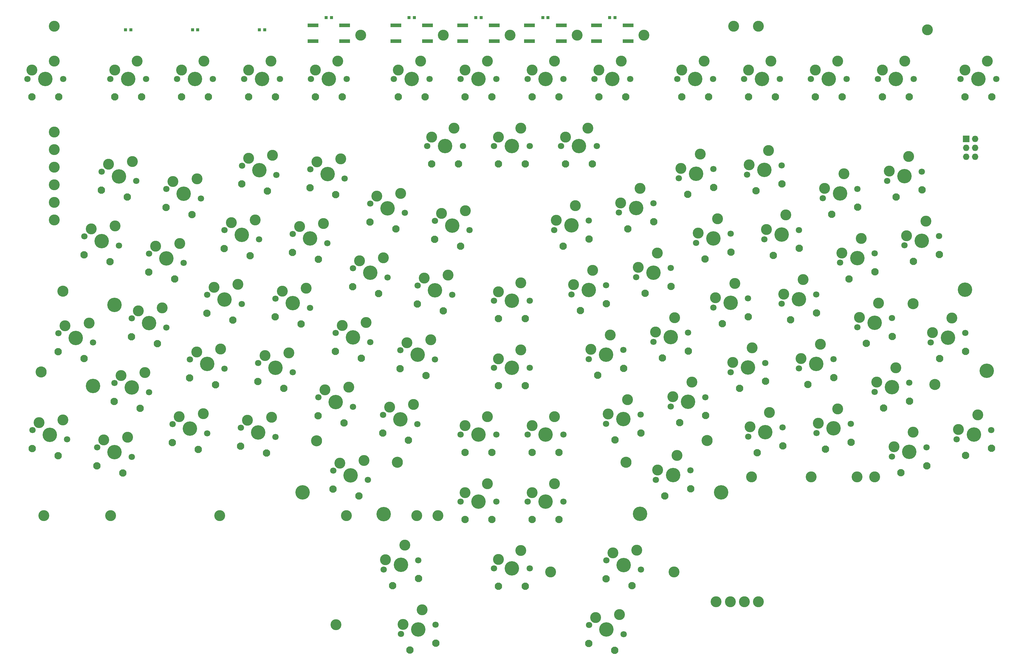
<source format=gts>
G04 #@! TF.FileFunction,Soldermask,Top*
%FSLAX46Y46*%
G04 Gerber Fmt 4.6, Leading zero omitted, Abs format (unit mm)*
G04 Created by KiCad (PCBNEW 4.0.2-4+6225~38~ubuntu15.10.1-stable) date Mi 09 Mär 2016 15:11:07 CET*
%MOMM*%
G01*
G04 APERTURE LIST*
%ADD10C,0.100000*%
%ADD11C,3.100000*%
%ADD12C,1.800000*%
%ADD13C,4.100000*%
%ADD14C,2.100000*%
%ADD15R,0.897560X0.897560*%
%ADD16R,1.827200X1.827200*%
%ADD17O,1.827200X1.827200*%
%ADD18R,3.100000X1.100000*%
%ADD19C,3.150000*%
%ADD20C,3.099740*%
G04 APERTURE END LIST*
D10*
D11*
X168594442Y-124145781D03*
D12*
X159919287Y-127080483D03*
D13*
X164826190Y-128395284D03*
D12*
X169733093Y-129710085D03*
D11*
X161803413Y-124955732D03*
D14*
X159831212Y-132316087D03*
X167191567Y-134288288D03*
D15*
X101749300Y-41000000D03*
X100250700Y-41000000D03*
X120749300Y-41000000D03*
X119250700Y-41000000D03*
X139749300Y-41000000D03*
X138250700Y-41000000D03*
X158749300Y-37500000D03*
X157250700Y-37500000D03*
X182249300Y-37500000D03*
X180750700Y-37500000D03*
X201249300Y-37500000D03*
X199750700Y-37500000D03*
X220249300Y-37500000D03*
X218750700Y-37500000D03*
X239249300Y-37500000D03*
X237750700Y-37500000D03*
D16*
X339000000Y-72000000D03*
D17*
X341540000Y-72000000D03*
X339000000Y-74540000D03*
X341540000Y-74540000D03*
X339000000Y-77080000D03*
X341540000Y-77080000D03*
D18*
X177000000Y-44250000D03*
X186000000Y-44250000D03*
X177000000Y-39750000D03*
X186000000Y-39750000D03*
X196000000Y-44250000D03*
X205000000Y-44250000D03*
X196000000Y-39750000D03*
X205000000Y-39750000D03*
X234000000Y-44250000D03*
X243000000Y-44250000D03*
X234000000Y-39750000D03*
X243000000Y-39750000D03*
X215000000Y-44250000D03*
X224000000Y-44250000D03*
X215000000Y-39750000D03*
X224000000Y-39750000D03*
X153500000Y-44250000D03*
X162500000Y-44250000D03*
X153500000Y-39750000D03*
X162500000Y-39750000D03*
D11*
X103540000Y-49920000D03*
D12*
X95920000Y-55000000D03*
D13*
X101000000Y-55000000D03*
D12*
X106080000Y-55000000D03*
D11*
X97190000Y-52460000D03*
D14*
X97190000Y-60080000D03*
X104810000Y-60080000D03*
D11*
X80040000Y-49920000D03*
D12*
X72420000Y-55000000D03*
D13*
X77500000Y-55000000D03*
D12*
X82580000Y-55000000D03*
D11*
X73690000Y-52460000D03*
D14*
X73690000Y-60080000D03*
X81310000Y-60080000D03*
D11*
X102172193Y-78395535D03*
D12*
X93497038Y-81330237D03*
D13*
X98403941Y-82645038D03*
D12*
X103310844Y-83959839D03*
D11*
X95381164Y-79205486D03*
D14*
X93408963Y-86565841D03*
X100769318Y-88538042D03*
D13*
X90989318Y-142153701D03*
D19*
X76268609Y-138209299D03*
D11*
X89878288Y-124277012D03*
D12*
X81203133Y-127211714D03*
D13*
X86110036Y-128526515D03*
D12*
X91016939Y-129841316D03*
D11*
X83087259Y-125086963D03*
D14*
X81115058Y-132447318D03*
X88475413Y-134419519D03*
D19*
X82428502Y-115220264D03*
D13*
X97149211Y-119164667D03*
D11*
X82501946Y-151805899D03*
D12*
X73826791Y-154740601D03*
D13*
X78733694Y-156055402D03*
D12*
X83640597Y-157370203D03*
D11*
X75710917Y-152615850D03*
D14*
X73738716Y-159976205D03*
X81099071Y-161948406D03*
D11*
X122540000Y-49920000D03*
D12*
X114920000Y-55000000D03*
D13*
X120000000Y-55000000D03*
D12*
X125080000Y-55000000D03*
D11*
X116190000Y-52460000D03*
D14*
X116190000Y-60080000D03*
X123810000Y-60080000D03*
D11*
X120524784Y-83313097D03*
D12*
X111849629Y-86247799D03*
D13*
X116756532Y-87562600D03*
D12*
X121663435Y-88877401D03*
D11*
X113733755Y-84123048D03*
D14*
X111761554Y-91483403D03*
X119121909Y-93455604D03*
D11*
X115607221Y-101665688D03*
D12*
X106932066Y-104600390D03*
D13*
X111838969Y-105915191D03*
D12*
X116745872Y-107229992D03*
D11*
X108816192Y-102475639D03*
D14*
X106843991Y-109835994D03*
X114204346Y-111808195D03*
D11*
X110689660Y-120018279D03*
D12*
X102014505Y-122952981D03*
D13*
X106921408Y-124267782D03*
D12*
X111828311Y-125582583D03*
D11*
X103898631Y-120828230D03*
D14*
X101926430Y-128188585D03*
X109286785Y-130160786D03*
D11*
X105772099Y-138370869D03*
D12*
X97096944Y-141305571D03*
D13*
X102003847Y-142620372D03*
D12*
X106910750Y-143935173D03*
D11*
X98981070Y-139180820D03*
D14*
X97008869Y-146541175D03*
X104369224Y-148513376D03*
D11*
X100854537Y-156723460D03*
D12*
X92179382Y-159658162D03*
D13*
X97086285Y-160972963D03*
D12*
X101993188Y-162287764D03*
D11*
X94063508Y-157533411D03*
D14*
X92091307Y-164893766D03*
X99451662Y-166865967D03*
D11*
X141540000Y-49920000D03*
D12*
X133920000Y-55000000D03*
D13*
X139000000Y-55000000D03*
D12*
X144080000Y-55000000D03*
D11*
X135190000Y-52460000D03*
D14*
X135190000Y-60080000D03*
X142810000Y-60080000D03*
D11*
X141983203Y-76639550D03*
D12*
X133308048Y-79574252D03*
D13*
X138214951Y-80889053D03*
D12*
X143121854Y-82203854D03*
D11*
X135192174Y-77449501D03*
D14*
X133219973Y-84809856D03*
X140580328Y-86782057D03*
D11*
X137065642Y-94992141D03*
D12*
X128390487Y-97926843D03*
D13*
X133297390Y-99241644D03*
D12*
X138204293Y-100556445D03*
D11*
X130274613Y-95802092D03*
D14*
X128302412Y-103162447D03*
X135662767Y-105134648D03*
D11*
X132148079Y-113344731D03*
D12*
X123472924Y-116279433D03*
D13*
X128379827Y-117594234D03*
D12*
X133286730Y-118909035D03*
D11*
X125357050Y-114154682D03*
D14*
X123384849Y-121515037D03*
X130745204Y-123487238D03*
D11*
X127230518Y-131697322D03*
D12*
X118555363Y-134632024D03*
D13*
X123462266Y-135946825D03*
D12*
X128369169Y-137261626D03*
D11*
X120439489Y-132507273D03*
D14*
X118467288Y-139867628D03*
X125827643Y-141839829D03*
D11*
X122312955Y-150049911D03*
D12*
X113637800Y-152984613D03*
D13*
X118544703Y-154299414D03*
D12*
X123451606Y-155614215D03*
D11*
X115521926Y-150859862D03*
D14*
X113549725Y-158220217D03*
X120910080Y-160192418D03*
D11*
X179581521Y-187416607D03*
D12*
X173535967Y-194295712D03*
D13*
X178442870Y-192980911D03*
D12*
X183349773Y-191666110D03*
D11*
X174105292Y-191513560D03*
D14*
X176077493Y-198873915D03*
X183437848Y-196901714D03*
D11*
X160540000Y-49920000D03*
D12*
X152920000Y-55000000D03*
D13*
X158000000Y-55000000D03*
D12*
X163080000Y-55000000D03*
D11*
X154190000Y-52460000D03*
D14*
X154190000Y-60080000D03*
X161810000Y-60080000D03*
D11*
X161371071Y-77693408D03*
D12*
X152695916Y-80628110D03*
D13*
X157602819Y-81942911D03*
D12*
X162509722Y-83257712D03*
D11*
X154580042Y-78503359D03*
D14*
X152607841Y-85863714D03*
X159968196Y-87835915D03*
D11*
X156453509Y-96045999D03*
D12*
X147778354Y-98980701D03*
D13*
X152685257Y-100295502D03*
D12*
X157592160Y-101610303D03*
D11*
X149662480Y-96855950D03*
D14*
X147690279Y-104216305D03*
X155050634Y-106188506D03*
D11*
X151535947Y-114398589D03*
D12*
X142860792Y-117333291D03*
D13*
X147767695Y-118648092D03*
D12*
X152674598Y-119962893D03*
D11*
X144744918Y-115208540D03*
D14*
X142772717Y-122568895D03*
X150133072Y-124541096D03*
D11*
X146618385Y-132751179D03*
D12*
X137943230Y-135685881D03*
D13*
X142850133Y-137000682D03*
D12*
X147757036Y-138315483D03*
D11*
X139827356Y-133561130D03*
D14*
X137855155Y-140921485D03*
X145215510Y-142893686D03*
D11*
X141700823Y-151103770D03*
D12*
X133025668Y-154038472D03*
D13*
X137932571Y-155353273D03*
D12*
X142839474Y-156668074D03*
D11*
X134909794Y-151913721D03*
D14*
X132937593Y-159274076D03*
X140297948Y-161246277D03*
D11*
X184499082Y-205769198D03*
D12*
X178453528Y-212648303D03*
D13*
X183360431Y-211333502D03*
D12*
X188267334Y-210018701D03*
D11*
X179022853Y-209866151D03*
D14*
X180995054Y-217226506D03*
X188355409Y-215254305D03*
D11*
X184040000Y-49920000D03*
D12*
X176420000Y-55000000D03*
D13*
X181500000Y-55000000D03*
D12*
X186580000Y-55000000D03*
D11*
X177690000Y-52460000D03*
D14*
X177690000Y-60080000D03*
X185310000Y-60080000D03*
D11*
X178429566Y-87440599D03*
D12*
X169754411Y-90375301D03*
D13*
X174661314Y-91690102D03*
D12*
X179568217Y-93004903D03*
D11*
X171638537Y-88250550D03*
D14*
X169666336Y-95610905D03*
X177026691Y-97583106D03*
D11*
X173512004Y-105793189D03*
D12*
X164836849Y-108727891D03*
D13*
X169743752Y-110042692D03*
D12*
X174650655Y-111357493D03*
D11*
X166720975Y-106603140D03*
D14*
X164748774Y-113963495D03*
X172109129Y-115935696D03*
D11*
X163676880Y-142498371D03*
D12*
X155001725Y-145433073D03*
D13*
X159908628Y-146747874D03*
D12*
X164815531Y-148062675D03*
D11*
X156885851Y-143308322D03*
D14*
X154913650Y-150668677D03*
X162274005Y-152640878D03*
D11*
X203040000Y-169920000D03*
D12*
X195420000Y-175000000D03*
D13*
X200500000Y-175000000D03*
D12*
X205580000Y-175000000D03*
D11*
X196690000Y-172460000D03*
D14*
X196690000Y-180080000D03*
X204310000Y-180080000D03*
D13*
X173529210Y-178598421D03*
D19*
X177473613Y-163877712D03*
D11*
X167935614Y-163309743D03*
D12*
X159260459Y-166244445D03*
D13*
X164167362Y-167559246D03*
D12*
X169074265Y-168874047D03*
D11*
X161144585Y-164119694D03*
D14*
X159172384Y-171480049D03*
X166532739Y-173452250D03*
D19*
X154484578Y-157717819D03*
D13*
X150540176Y-172438528D03*
D11*
X193540000Y-68920000D03*
D12*
X185920000Y-74000000D03*
D13*
X191000000Y-74000000D03*
D12*
X196080000Y-74000000D03*
D11*
X187190000Y-71460000D03*
D14*
X187190000Y-79080000D03*
X194810000Y-79080000D03*
D11*
X186947033Y-129063343D03*
D12*
X178271878Y-131998045D03*
D13*
X183178781Y-133312846D03*
D12*
X188085684Y-134627647D03*
D11*
X180156004Y-129873294D03*
D14*
X178183803Y-137233649D03*
X185544158Y-139205850D03*
D11*
X182029470Y-147415933D03*
D12*
X173354315Y-150350635D03*
D13*
X178261218Y-151665436D03*
D12*
X183168121Y-152980237D03*
D11*
X175238441Y-148225884D03*
D14*
X173266240Y-155586239D03*
X180626595Y-157558440D03*
D11*
X212540000Y-188920000D03*
D12*
X204920000Y-194000000D03*
D13*
X210000000Y-194000000D03*
D12*
X215080000Y-194000000D03*
D11*
X206190000Y-191460000D03*
D14*
X206190000Y-199080000D03*
X213810000Y-199080000D03*
D11*
X203040000Y-49920000D03*
D12*
X195420000Y-55000000D03*
D13*
X200500000Y-55000000D03*
D12*
X205580000Y-55000000D03*
D11*
X196690000Y-52460000D03*
D14*
X196690000Y-60080000D03*
X204310000Y-60080000D03*
D11*
X212540000Y-68920000D03*
D12*
X204920000Y-74000000D03*
D13*
X210000000Y-74000000D03*
D12*
X215080000Y-74000000D03*
D11*
X206190000Y-71460000D03*
D14*
X206190000Y-79080000D03*
X213810000Y-79080000D03*
D11*
X196782156Y-92358160D03*
D12*
X188107001Y-95292862D03*
D13*
X193013904Y-96607663D03*
D12*
X197920807Y-97922464D03*
D11*
X189991127Y-93168111D03*
D14*
X188018926Y-100528466D03*
X195379281Y-102500667D03*
D11*
X191864595Y-110710751D03*
D12*
X183189440Y-113645453D03*
D13*
X188096343Y-114960254D03*
D12*
X193003246Y-116275055D03*
D11*
X185073566Y-111520702D03*
D14*
X183101365Y-118881057D03*
X190461720Y-120853258D03*
D11*
X212540000Y-112920000D03*
D12*
X204920000Y-118000000D03*
D13*
X210000000Y-118000000D03*
D12*
X215080000Y-118000000D03*
D11*
X206190000Y-115460000D03*
D14*
X206190000Y-123080000D03*
X213810000Y-123080000D03*
D11*
X203040000Y-150920000D03*
D12*
X195420000Y-156000000D03*
D13*
X200500000Y-156000000D03*
D12*
X205580000Y-156000000D03*
D11*
X196690000Y-153460000D03*
D14*
X196690000Y-161080000D03*
X204310000Y-161080000D03*
D11*
X222040000Y-169920000D03*
D12*
X214420000Y-175000000D03*
D13*
X219500000Y-175000000D03*
D12*
X224580000Y-175000000D03*
D11*
X215690000Y-172460000D03*
D14*
X215690000Y-180080000D03*
X223310000Y-180080000D03*
D11*
X222040000Y-49920000D03*
D12*
X214420000Y-55000000D03*
D13*
X219500000Y-55000000D03*
D12*
X224580000Y-55000000D03*
D11*
X215690000Y-52460000D03*
D14*
X215690000Y-60080000D03*
X223310000Y-60080000D03*
D11*
X231540000Y-68920000D03*
D12*
X223920000Y-74000000D03*
D13*
X229000000Y-74000000D03*
D12*
X234080000Y-74000000D03*
D11*
X225190000Y-71460000D03*
D14*
X225190000Y-79080000D03*
X232810000Y-79080000D03*
D11*
X228031608Y-90973574D03*
D12*
X221986054Y-97852679D03*
D13*
X226892957Y-96537878D03*
D12*
X231799860Y-95223077D03*
D11*
X222555379Y-95070527D03*
D14*
X224527580Y-102430882D03*
X231887935Y-100458681D03*
D11*
X232949170Y-109326165D03*
D12*
X226903616Y-116205270D03*
D13*
X231810519Y-114890469D03*
D12*
X236717422Y-113575668D03*
D11*
X227472941Y-113423118D03*
D14*
X229445142Y-120783473D03*
X236805497Y-118811272D03*
D11*
X212540000Y-131920000D03*
D12*
X204920000Y-137000000D03*
D13*
X210000000Y-137000000D03*
D12*
X215080000Y-137000000D03*
D11*
X206190000Y-134460000D03*
D14*
X206190000Y-142080000D03*
X213810000Y-142080000D03*
D11*
X222040000Y-150920000D03*
D12*
X214420000Y-156000000D03*
D13*
X219500000Y-156000000D03*
D12*
X224580000Y-156000000D03*
D11*
X215690000Y-153460000D03*
D14*
X215690000Y-161080000D03*
X223310000Y-161080000D03*
D11*
X240541539Y-207136815D03*
D12*
X231866384Y-210071517D03*
D13*
X236773287Y-211386318D03*
D12*
X241680190Y-212701119D03*
D11*
X233750510Y-207946766D03*
D14*
X231778309Y-215307121D03*
X239138664Y-217279322D03*
D11*
X237866732Y-127678756D03*
D12*
X231821178Y-134557861D03*
D13*
X236728081Y-133243060D03*
D12*
X241634984Y-131928259D03*
D11*
X232390503Y-131775709D03*
D14*
X234362704Y-139136064D03*
X241723059Y-137163863D03*
D11*
X242784294Y-146031346D03*
D12*
X236738740Y-152910451D03*
D13*
X241645643Y-151595650D03*
D12*
X246552546Y-150280849D03*
D11*
X237308065Y-150128299D03*
D14*
X239280266Y-157488654D03*
X246640621Y-155516453D03*
D11*
X245459101Y-188784224D03*
D12*
X236783946Y-191718926D03*
D13*
X241690849Y-193033727D03*
D12*
X246597752Y-194348528D03*
D11*
X238668072Y-189594175D03*
D14*
X236695871Y-196954530D03*
X244056226Y-198926731D03*
D13*
X269366686Y-172368742D03*
D19*
X265422284Y-157648033D03*
D11*
X256878151Y-161925156D03*
D12*
X250832597Y-168804261D03*
D13*
X255739500Y-167489460D03*
D12*
X260646403Y-166174659D03*
D11*
X251401922Y-166022109D03*
D14*
X253374123Y-173382464D03*
X260734478Y-171410263D03*
D19*
X242433249Y-163807926D03*
D13*
X246377652Y-178528635D03*
D11*
X241040000Y-49920000D03*
D12*
X233420000Y-55000000D03*
D13*
X238500000Y-55000000D03*
D12*
X243580000Y-55000000D03*
D11*
X234690000Y-52460000D03*
D14*
X234690000Y-60080000D03*
X242310000Y-60080000D03*
D11*
X246384199Y-86056013D03*
D12*
X240338645Y-92935118D03*
D13*
X245245548Y-91620317D03*
D12*
X250152451Y-90305516D03*
D11*
X240907970Y-90152966D03*
D14*
X242880171Y-97513321D03*
X250240526Y-95541120D03*
D11*
X251301761Y-104408603D03*
D12*
X245256207Y-111287708D03*
D13*
X250163110Y-109972907D03*
D12*
X255070013Y-108658106D03*
D11*
X245825532Y-108505556D03*
D14*
X247797733Y-115865911D03*
X255158088Y-113893710D03*
D11*
X256219322Y-122761194D03*
D12*
X250173768Y-129640299D03*
D13*
X255080671Y-128325498D03*
D12*
X259987574Y-127010697D03*
D11*
X250743093Y-126858147D03*
D14*
X252715294Y-134218502D03*
X260075649Y-132246301D03*
D11*
X261136884Y-141113785D03*
D12*
X255091330Y-147992890D03*
D13*
X259998233Y-146678089D03*
D12*
X264905136Y-145363288D03*
D11*
X255660655Y-145210738D03*
D14*
X257632856Y-152571093D03*
X264993211Y-150598892D03*
D11*
X264540000Y-49920000D03*
D12*
X256920000Y-55000000D03*
D13*
X262000000Y-55000000D03*
D12*
X267080000Y-55000000D03*
D11*
X258190000Y-52460000D03*
D14*
X258190000Y-60080000D03*
X265810000Y-60080000D03*
D11*
X263442694Y-76308822D03*
D12*
X257397140Y-83187927D03*
D13*
X262304043Y-81873126D03*
D12*
X267210946Y-80558325D03*
D11*
X257966465Y-80405775D03*
D14*
X259938666Y-87766130D03*
X267299021Y-85793929D03*
D11*
X268360256Y-94661412D03*
D12*
X262314702Y-101540517D03*
D13*
X267221605Y-100225716D03*
D12*
X272128508Y-98910915D03*
D11*
X262884027Y-98758365D03*
D14*
X264856228Y-106118720D03*
X272216583Y-104146519D03*
D11*
X273277818Y-113014003D03*
D12*
X267232264Y-119893108D03*
D13*
X272139167Y-118578307D03*
D12*
X277046070Y-117263506D03*
D11*
X267801589Y-117110956D03*
D14*
X269773790Y-124471311D03*
X277134145Y-122499110D03*
D11*
X278195380Y-131366594D03*
D12*
X272149826Y-138245699D03*
D13*
X277056729Y-136930898D03*
D12*
X281963632Y-135616097D03*
D11*
X272719151Y-135463547D03*
D14*
X274691352Y-142823902D03*
X282051707Y-140851701D03*
D11*
X283112942Y-149719184D03*
D12*
X277067388Y-156598289D03*
D13*
X281974291Y-155283488D03*
D12*
X286881194Y-153968687D03*
D11*
X277636713Y-153816137D03*
D14*
X279608914Y-161176492D03*
X286969269Y-159204291D03*
D11*
X283540000Y-49920000D03*
D12*
X275920000Y-55000000D03*
D13*
X281000000Y-55000000D03*
D12*
X286080000Y-55000000D03*
D11*
X277190000Y-52460000D03*
D14*
X277190000Y-60080000D03*
X284810000Y-60080000D03*
D11*
X282830561Y-75254963D03*
D12*
X276785007Y-82134068D03*
D13*
X281691910Y-80819267D03*
D12*
X286598813Y-79504466D03*
D11*
X277354332Y-79351916D03*
D14*
X279326533Y-86712271D03*
X286686888Y-84740070D03*
D11*
X287748123Y-93607554D03*
D12*
X281702569Y-100486659D03*
D13*
X286609472Y-99171858D03*
D12*
X291516375Y-97857057D03*
D11*
X282271894Y-97704507D03*
D14*
X284244095Y-105064862D03*
X291604450Y-103092661D03*
D11*
X292665685Y-111960144D03*
D12*
X286620131Y-118839249D03*
D13*
X291527034Y-117524448D03*
D12*
X296433937Y-116209647D03*
D11*
X287189456Y-116057097D03*
D14*
X289161657Y-123417452D03*
X296522012Y-121445251D03*
D11*
X297583247Y-130312735D03*
D12*
X291537693Y-137191840D03*
D13*
X296444596Y-135877039D03*
D12*
X301351499Y-134562238D03*
D11*
X292107018Y-134409688D03*
D14*
X294079219Y-141770043D03*
X301439574Y-139797842D03*
D11*
X302500808Y-148665326D03*
D12*
X296455254Y-155544431D03*
D13*
X301362157Y-154229630D03*
D12*
X306269060Y-152914829D03*
D11*
X297024579Y-152762279D03*
D14*
X298996780Y-160122634D03*
X306357135Y-158150433D03*
D11*
X302540000Y-49920000D03*
D12*
X294920000Y-55000000D03*
D13*
X300000000Y-55000000D03*
D12*
X305080000Y-55000000D03*
D11*
X296190000Y-52460000D03*
D14*
X296190000Y-60080000D03*
X303810000Y-60080000D03*
D11*
X304288980Y-81928511D03*
D12*
X298243426Y-88807616D03*
D13*
X303150329Y-87492815D03*
D12*
X308057232Y-86178014D03*
D11*
X298812751Y-86025464D03*
D14*
X300784952Y-93385819D03*
X308145307Y-91413618D03*
D11*
X309206542Y-100281102D03*
D12*
X303160988Y-107160207D03*
D13*
X308067891Y-105845406D03*
D12*
X312974794Y-104530605D03*
D11*
X303730313Y-104378055D03*
D14*
X305702514Y-111738410D03*
X313062869Y-109766209D03*
D11*
X314124104Y-118633692D03*
D12*
X308078550Y-125512797D03*
D13*
X312985453Y-124197996D03*
D12*
X317892356Y-122883195D03*
D11*
X308647875Y-122730645D03*
D14*
X310620076Y-130091000D03*
X317980431Y-128118799D03*
D11*
X319041666Y-136986283D03*
D12*
X312996112Y-143865388D03*
D13*
X317903015Y-142550587D03*
D12*
X322809918Y-141235786D03*
D11*
X313565437Y-141083236D03*
D14*
X315537638Y-148443591D03*
X322897993Y-146471390D03*
D11*
X323959228Y-155338874D03*
D12*
X317913674Y-162217979D03*
D13*
X322820577Y-160903178D03*
D12*
X327727480Y-159588377D03*
D11*
X318482999Y-159435827D03*
D14*
X320455200Y-166796182D03*
X327815555Y-164823981D03*
D11*
X321540000Y-49920000D03*
D12*
X313920000Y-55000000D03*
D13*
X319000000Y-55000000D03*
D12*
X324080000Y-55000000D03*
D11*
X315190000Y-52460000D03*
D14*
X315190000Y-60080000D03*
X322810000Y-60080000D03*
D11*
X345040000Y-49920000D03*
D12*
X337420000Y-55000000D03*
D13*
X342500000Y-55000000D03*
D12*
X347580000Y-55000000D03*
D11*
X338690000Y-52460000D03*
D14*
X338690000Y-60080000D03*
X346310000Y-60080000D03*
D11*
X322641571Y-77010949D03*
D12*
X316596017Y-83890054D03*
D13*
X321502920Y-82575253D03*
D12*
X326409823Y-81260452D03*
D11*
X317165342Y-81107902D03*
D14*
X319137543Y-88468257D03*
X326497898Y-86496056D03*
D11*
X327559133Y-95363540D03*
D12*
X321513579Y-102242645D03*
D13*
X326420482Y-100927844D03*
D12*
X331327385Y-99613043D03*
D11*
X322082904Y-99460493D03*
D14*
X324055105Y-106820848D03*
X331415460Y-104848647D03*
D13*
X344836000Y-137818578D03*
D19*
X330115291Y-141762981D03*
D11*
X334935476Y-122892426D03*
D12*
X328889922Y-129771531D03*
D13*
X333796825Y-128456730D03*
D12*
X338703728Y-127141929D03*
D11*
X329459247Y-126989379D03*
D14*
X331431448Y-134349734D03*
X338791803Y-132377533D03*
D19*
X323955398Y-118773946D03*
D13*
X338676107Y-114829544D03*
D11*
X342311818Y-150421312D03*
D12*
X336266264Y-157300417D03*
D13*
X341173167Y-155985616D03*
D12*
X346080070Y-154670815D03*
D11*
X336835589Y-154518265D03*
D14*
X338807790Y-161878620D03*
X346168145Y-159906419D03*
D20*
X190500000Y-42500000D03*
X276000000Y-203500000D03*
X268000000Y-203500000D03*
X280000000Y-203500000D03*
X272000000Y-203500000D03*
X77000000Y-179000000D03*
X96000000Y-179000000D03*
X127000000Y-179000000D03*
X163000000Y-179000000D03*
X183000000Y-179000000D03*
X189000000Y-179000000D03*
X221000000Y-195000000D03*
X256000000Y-195000000D03*
X278000000Y-168000000D03*
X295000000Y-168000000D03*
X308000000Y-168000000D03*
X313000000Y-168000000D03*
X80000000Y-40000000D03*
X80000000Y-70000000D03*
X80000000Y-75000000D03*
X80000000Y-80000000D03*
X80000000Y-85000000D03*
X80000000Y-90000000D03*
X80000000Y-95000000D03*
X160000000Y-210000000D03*
X209500000Y-42500000D03*
X247500000Y-42500000D03*
X228500000Y-42500000D03*
X167000000Y-42500000D03*
D11*
X97254631Y-96748127D03*
D12*
X88579476Y-99682829D03*
D13*
X93486379Y-100997630D03*
D12*
X98393282Y-102312431D03*
D11*
X90463602Y-97558078D03*
D14*
X88491401Y-104918433D03*
X95851756Y-106890634D03*
D20*
X273000000Y-40000000D03*
X328000000Y-41000000D03*
X280000000Y-40000000D03*
M02*

</source>
